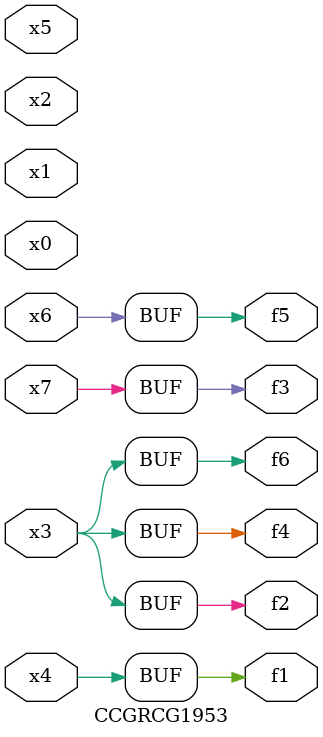
<source format=v>
module CCGRCG1953(
	input x0, x1, x2, x3, x4, x5, x6, x7,
	output f1, f2, f3, f4, f5, f6
);
	assign f1 = x4;
	assign f2 = x3;
	assign f3 = x7;
	assign f4 = x3;
	assign f5 = x6;
	assign f6 = x3;
endmodule

</source>
